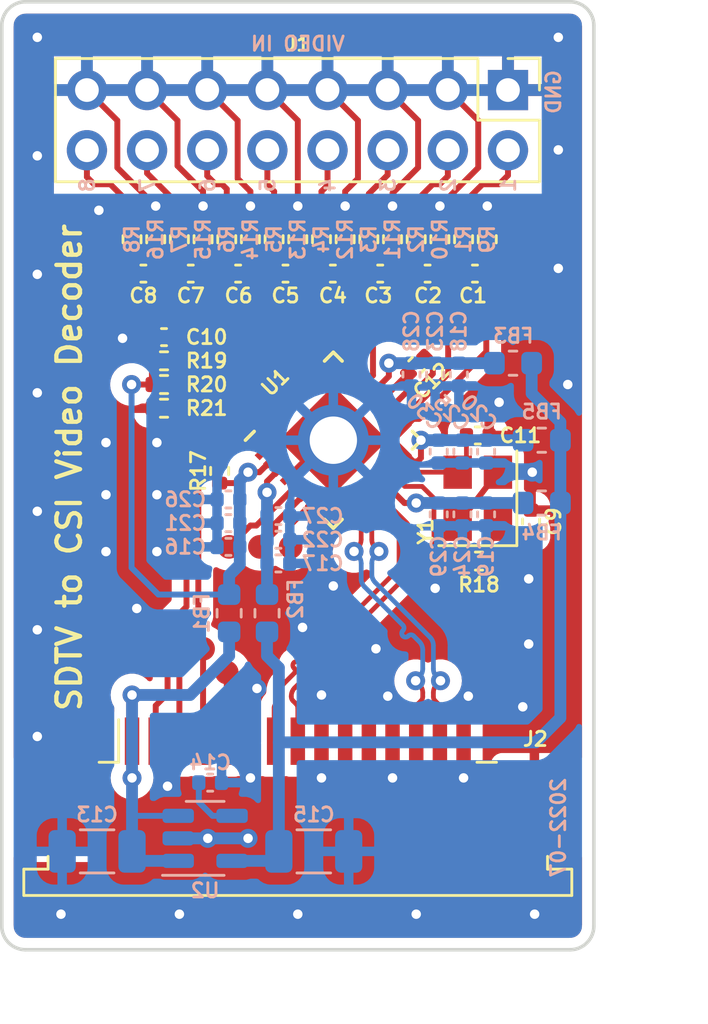
<source format=kicad_pcb>
(kicad_pcb (version 20211014) (generator pcbnew)
  (layers (0 "F.Cu" mixed) (31 "B.Cu" mixed) (34 "B.Paste" user) (35 "F.Paste" user) (36 "B.SilkS" user "B.Silkscreen") (37 "F.SilkS" user "F.Silkscreen") (38 "B.Mask" user) (39 "F.Mask" user) (44 "Edge.Cuts" user))
  (net 0 "")
  (net 1 "GND")
  (net 2 "Net-(C9-Pad1)")
  (net 3 "+3V3")
  (net 4 "Net-(C14-Pad1)")
  (net 5 "/DVDDIO_3V3")
  (net 6 "/DVDD_1V8")
  (net 7 "/AVDD_1V8")
  (net 8 "/MVDD_1V8")
  (net 9 "/PVDD_1V8")
  (net 10 "/D0N")
  (net 11 "/D0P")
  (net 12 "/CLKN")
  (net 13 "/CLKP")
  (net 14 "/SCL")
  (net 15 "/SDA")
  (net 16 "/~{RESET}")
  (net 17 "+1V8")
  (net 18 "/AIN1")
  (net 19 "/AIN2")
  (net 20 "/AIN3")
  (net 21 "/AIN4")
  (net 22 "/AIN5")
  (net 23 "/AIN6")
  (net 24 "/AIN7")
  (net 25 "/AIN8")
  (net 26 "/XTALN")
  (net 27 "/VIN1")
  (net 28 "/VIN2")
  (net 29 "/VIN3")
  (net 30 "/VIN4")
  (net 31 "/VIN5")
  (net 32 "/VIN6")
  (net 33 "/VIN7")
  (net 34 "/VIN8")
  (net 35 "/~{PWRDWN}")
  (net 36 "/XTALP")
  (net 37 "/ALSB")
  (net 38 "Net-(C12-Pad1)")
  (net 39 "Net-(C12-Pad2)")
  (net 40 "Net-(C8-Pad2)")
  (net 41 "Net-(C7-Pad2)")
  (net 42 "Net-(C6-Pad2)")
  (net 43 "Net-(C5-Pad2)")
  (net 44 "Net-(C4-Pad2)")
  (net 45 "Net-(C3-Pad2)")
  (net 46 "Net-(C2-Pad2)")
  (net 47 "Net-(C1-Pad2)")
  (net 48 "/~{INTRQ}")
  (net 49 "/GPIO1")
  (net 50 "/GPO2")
  (net 51 "/GPIO0")
  (net 52 "/GPO1")
  (net 53 "/GPO0")
  (footprint "Resistor_SMD:R_0402_1005Metric" (layer "F.Cu") (at 55.5 50.02 90)
    (fp_text reference "R8")
    (fp_text value "24Ω")
  )
  (footprint "Capacitor_SMD:C_0402_1005Metric" (layer "F.Cu") (at 63.98 51.47 180)
    (fp_text reference "C4")
    (fp_text value "0.1μF")
  )
  (footprint "Package_CSP:LFCSP-32-1EP_5x5mm_P0.5mm_EP3.25x3.25mm" (layer "F.Cu") (at 64 58.5 45)
    (fp_text reference "U1")
    (fp_text value "ADV7280A-M")
  )
  (footprint "Connector_PinHeader_2.54mm:PinHeader_2x08_P2.54mm_Vertical" (layer "F.Cu") (at 71.375 43.725 -90)
    (fp_text reference "J1")
    (fp_text value "VIDEO_IN")
  )
  (footprint "Resistor_SMD:R_0402_1005Metric" (layer "F.Cu") (at 61.5 50.02 90)
    (fp_text reference "R5")
    (fp_text value "24Ω")
  )
  (footprint "Resistor_SMD:R_0402_1005Metric" (layer "F.Cu") (at 59.2 59.8 -90)
    (fp_text reference "R17")
    (fp_text value "4.7kΩ")
  )
  (footprint "Resistor_SMD:R_0402_1005Metric" (layer "F.Cu") (at 58.5 50.02 -90)
    (fp_text reference "R15")
    (fp_text value "51Ω")
  )
  (footprint "Capacitor_SMD:C_0402_1005Metric" (layer "F.Cu") (at 59.98 51.47 180)
    (fp_text reference "C6")
    (fp_text value "0.1μF")
  )
  (footprint "Resistor_SMD:R_0402_1005Metric" (layer "F.Cu") (at 63.5 50.02 90)
    (fp_text reference "R4")
    (fp_text value "24Ω")
  )
  (footprint "Resistor_SMD:R_0402_1005Metric" (layer "F.Cu") (at 56.5 50.02 -90)
    (fp_text reference "R16")
    (fp_text value "51Ω")
  )
  (footprint "Capacitor_SMD:C_0402_1005Metric" (layer "F.Cu") (at 57.98 51.47 180)
    (fp_text reference "C7")
    (fp_text value "0.1μF")
  )
  (footprint "Capacitor_SMD:C_0402_1005Metric" (layer "F.Cu") (at 70.1 58.3)
    (fp_text reference "C11")
    (fp_text value "20pF")
  )
  (footprint "Crystal:Crystal_SMD_3225-4Pin_3.2x2.5mm" (layer "F.Cu") (at 70.1 60.95 90)
    (fp_text reference "Y1")
    (fp_text value "ABM8G-28.63636MHZ")
  )
  (footprint "Capacitor_SMD:C_0402_1005Metric" (layer "F.Cu") (at 65.98 51.47 180)
    (fp_text reference "C3")
    (fp_text value "0.1μF")
  )
  (footprint "Resistor_SMD:R_0402_1005Metric" (layer "F.Cu") (at 68.5 50.02 -90)
    (fp_text reference "R10")
    (fp_text value "51Ω")
  )
  (footprint "Capacitor_SMD:C_0402_1005Metric" (layer "F.Cu") (at 72.35 61.93 90)
    (fp_text reference "C9")
    (fp_text value "20pF")
  )
  (footprint "Capacitor_SMD:C_0402_1005Metric" (layer "F.Cu") (at 55.98 51.47 180)
    (fp_text reference "C8")
    (fp_text value "0.1μF")
  )
  (footprint "Resistor_SMD:R_0402_1005Metric" (layer "F.Cu") (at 70.15 63.6 180)
    (fp_text reference "R18")
    (fp_text value "560Ω")
  )
  (footprint "Capacitor_SMD:C_0402_1005Metric" (layer "F.Cu") (at 56.85 54.15 180)
    (fp_text reference "C10")
    (fp_text value "4.7μF")
  )
  (footprint "Resistor_SMD:R_0402_1005Metric" (layer "F.Cu") (at 64.5 50.02 -90)
    (fp_text reference "R12")
    (fp_text value "51Ω")
  )
  (footprint "Capacitor_SMD:C_0402_1005Metric" (layer "F.Cu") (at 67.98 51.47 180)
    (fp_text reference "C2")
    (fp_text value "0.1μF")
  )
  (footprint "Resistor_SMD:R_0402_1005Metric" (layer "F.Cu") (at 70.5 50.02 -90)
    (fp_text reference "R9")
    (fp_text value "51Ω")
  )
  (footprint "Capacitor_SMD:C_0402_1005Metric" (layer "F.Cu") (at 61.98 51.47 180)
    (fp_text reference "C5")
    (fp_text value "0.1μF")
  )
  (footprint "Resistor_SMD:R_0402_1005Metric" (layer "F.Cu") (at 65.5 50.02 90)
    (fp_text reference "R3")
    (fp_text value "24Ω")
  )
  (footprint "TestPoint:TestPoint_Pad_D1.0mm" (layer "F.Cu") (at 59.6 63)
    (fp_text reference "TP1")
    (fp_text value "TestPoint")
  )
  (footprint "Connector_FFC-FPC:TE_1-84953-5_1x15-1MP_P1.0mm_Horizontal" (layer "F.Cu") (at 62.5 73)
    (fp_text reference "J2")
    (fp_text value "RPI_CSI_TOP")
  )
  (footprint "Resistor_SMD:R_0402_1005Metric" (layer "F.Cu") (at 57.5 50.02 90)
    (fp_text reference "R7")
    (fp_text value "24Ω")
  )
  (footprint "Resistor_SMD:R_0402_1005Metric" (layer "F.Cu") (at 69.5 50.02 90)
    (fp_text reference "R1")
    (fp_text value "24Ω")
  )
  (footprint "Resistor_SMD:R_0402_1005Metric" (layer "F.Cu") (at 56.85 56.15 180)
    (fp_text reference "R20")
    (fp_text value "4.7kΩ")
  )
  (footprint "Resistor_SMD:R_0402_1005Metric" (layer "F.Cu") (at 56.85 57.15)
    (fp_text reference "R21")
    (fp_text value "DNP")
  )
  (footprint "Resistor_SMD:R_0402_1005Metric" (layer "F.Cu") (at 60.5 50.02 -90)
    (fp_text reference "R14")
    (fp_text value "51Ω")
  )
  (footprint "TestPoint:TestPoint_Pad_D1.0mm" (layer "F.Cu") (at 63.5 63)
    (fp_text reference "TP4")
    (fp_text value "TestPoint")
  )
  (footprint "TestPoint:TestPoint_Pad_D1.0mm" (layer "F.Cu") (at 59.5 68.3)
    (fp_text reference "TP5" hide)
    (fp_text value "TestPoint")
  )
  (footprint "TestPoint:TestPoint_Pad_D1.0mm" (layer "F.Cu") (at 62.2 63)
    (fp_text reference "TP3")
    (fp_text value "TestPoint")
  )
  (footprint "Resistor_SMD:R_0402_1005Metric" (layer "F.Cu") (at 59.5 50.02 90)
    (fp_text reference "R6")
    (fp_text value "24Ω")
  )
  (footprint "TestPoint:TestPoint_Pad_D1.0mm" (layer "F.Cu") (at 60.9 63)
    (fp_text reference "TP2")
    (fp_text value "TestPoint")
  )
  (footprint "Resistor_SMD:R_0402_1005Metric" (layer "F.Cu") (at 62.5 50.02 -90)
    (fp_text reference "R13")
    (fp_text value "51Ω")
  )
  (footprint "Resistor_SMD:R_0402_1005Metric" (layer "F.Cu") (at 66.5 50.02 -90)
    (fp_text reference "R11")
    (fp_text value "51Ω")
  )
  (footprint "Capacitor_SMD:C_0402_1005Metric" (layer "F.Cu") (at 69.98 51.47 180)
    (fp_text reference "C1")
    (fp_text value "0.1μF")
  )
  (footprint "Capacitor_SMD:C_0402_1005Metric" (layer "F.Cu") (at 67.514411 55.335589 -135)
    (fp_text reference "C12")
    (fp_text value "0.1μF")
  )
  (footprint "Resistor_SMD:R_0402_1005Metric" (layer "F.Cu") (at 56.85 55.15 180)
    (fp_text reference "R19")
    (fp_text value "4.7kΩ")
  )
  (footprint "Resistor_SMD:R_0402_1005Metric" (layer "F.Cu") (at 67.5 50.02 90)
    (fp_text reference "R2")
    (fp_text value "24Ω")
  )
  (footprint "TestPoint:TestPoint_Pad_D1.0mm" (layer "F.Cu") (at 58.5 67.3)
    (fp_text reference "TP6" hide)
    (fp_text value "TestPoint")
  )
  (footprint "Inductor_SMD:L_0603_1608Metric" (layer "B.Cu") (at 72.8 61.15 180)
    (fp_text reference "FB4")
    (fp_text value "600Ω")
  )
  (footprint "Capacitor_SMD:C_1206_3216Metric" (layer "B.Cu") (at 63.175 75.85)
    (fp_text reference "C15")
    (fp_text value "47μF")
  )
  (footprint "Capacitor_SMD:C_0402_1005Metric" (layer "B.Cu") (at 69.45 58.98 -90)
    (fp_text reference "C25")
    (fp_text value "0.1μF")
  )
  (footprint "Capacitor_SMD:C_0402_1005Metric" (layer "B.Cu") (at 70.45 61.63 -90)
    (fp_text reference "C19")
    (fp_text value "10μF")
  )
  (footprint "Capacitor_SMD:C_0402_1005Metric" (layer "B.Cu") (at 59.57 61 180)
    (fp_text reference "C26")
    (fp_text value "10nF")
  )
  (footprint "Capacitor_SMD:C_0402_1005Metric" (layer "B.Cu") (at 58.8 72.95)
    (fp_text reference "C14")
    (fp_text value "10nF")
  )
  (footprint "Capacitor_SMD:C_0402_1005Metric" (layer "B.Cu") (at 69.3 55.73 -90)
    (fp_text reference "C18")
    (fp_text value "10μF")
  )
  (footprint "Inductor_SMD:L_0603_1608Metric" (layer "B.Cu") (at 71.5875 55.25 180)
    (fp_text reference "FB3")
    (fp_text value "600Ω")
  )
  (footprint "Capacitor_SMD:C_0402_1005Metric" (layer "B.Cu") (at 68.3 55.73 -90)
    (fp_text reference "C23")
    (fp_text value "0.1μF")
  )
  (footprint "Inductor_SMD:L_0603_1608Metric" (layer "B.Cu") (at 72.8 58.5 180)
    (fp_text reference "FB5")
    (fp_text value "600Ω")
  )
  (footprint "Capacitor_SMD:C_0402_1005Metric" (layer "B.Cu") (at 59.57 62 180)
    (fp_text reference "C21")
    (fp_text value "0.1μF")
  )
  (footprint "Capacitor_SMD:C_0402_1005Metric" (layer "B.Cu") (at 61.68 63.7)
    (fp_text reference "C17")
    (fp_text value "10μF")
  )
  (footprint "Capacitor_SMD:C_0402_1005Metric" (layer "B.Cu") (at 68.45 58.98 -90)
    (fp_text reference "C30")
    (fp_text value "10nF")
  )
  (footprint "Inductor_SMD:L_0603_1608Metric" (layer "B.Cu") (at 59.6 65.8 90)
    (fp_text reference "FB1")
    (fp_text value "600Ω")
  )
  (footprint "Capacitor_SMD:C_0402_1005Metric" (layer "B.Cu") (at 70.45 58.98 -90)
    (fp_text reference "C20")
    (fp_text value "10μF")
  )
  (footprint "Package_TO_SOT_SMD:SOT-23-5" (layer "B.Cu") (at 58.5875 75.3)
    (fp_text reference "U2")
    (fp_text value "NJM12888F18")
  )
  (footprint "Capacitor_SMD:C_0402_1005Metric" (layer "B.Cu") (at 61.68 62.7)
    (fp_text reference "C22")
    (fp_text value "0.1μF")
  )
  (footprint "Capacitor_SMD:C_0402_1005Metric" (layer "B.Cu") (at 59.57 63 180)
    (fp_text reference "C16")
    (fp_text value "10μF")
  )
  (footprint "Capacitor_SMD:C_0402_1005Metric" (layer "B.Cu") (at 61.68 61.7)
    (fp_text reference "C27")
    (fp_text value "10nF")
  )
  (footprint "Capacitor_SMD:C_0402_1005Metric" (layer "B.Cu") (at 68.45 61.63 -90)
    (fp_text reference "C29")
    (fp_text value "10nF")
  )
  (footprint "Inductor_SMD:L_0603_1608Metric" (layer "B.Cu") (at 61.2 65.8 90)
    (fp_text reference "FB2")
    (fp_text value "600Ω")
  )
  (footprint "Capacitor_SMD:C_0402_1005Metric" (layer "B.Cu") (at 67.3 55.73 -90)
    (fp_text reference "C28")
    (fp_text value "10nF")
  )
  (footprint "Capacitor_SMD:C_1206_3216Metric" (layer "B.Cu") (at 54.025 75.85 180)
    (fp_text reference "C13")
    (fp_text value "100μF")
  )
  (footprint "Capacitor_SMD:C_0402_1005Metric" (layer "B.Cu") (at 69.45 61.63 -90)
    (fp_text reference "C24")
    (fp_text value "0.1μF")
  )
  (gr_arc (start 50 41) (mid 50.292893 40.292893) (end 51 40) (layer "Edge.Cuts") (width 0.15))
  (gr_line (start 74 80) (end 51 80) (layer "Edge.Cuts") (width 0.15))
  (gr_line (start 50 79) (end 50 41) (layer "Edge.Cuts") (width 0.15))
  (gr_arc (start 74 40) (mid 74.707107 40.292893) (end 75 41) (layer "Edge.Cuts") (width 0.15))
  (gr_line (start 75 41) (end 75 79) (layer "Edge.Cuts") (width 0.15))
  (gr_arc (start 75 79) (mid 74.707107 79.707107) (end 74 80) (layer "Edge.Cuts") (width 0.15))
  (gr_line (start 51 40) (end 74 40) (layer "Edge.Cuts") (width 0.15))
  (gr_arc (start 51 80) (mid 50.292893 79.707107) (end 50 79) (layer "Edge.Cuts") (width 0.15))
  (gr_text "VIDEO IN" (at 62.5 41.773) (layer "B.SilkS") (effects (font (size 0.6 0.6) (thickness 0.12)) (justify mirror)))
  (gr_text "2022-07" (at 73.5 74.85 90) (layer "B.SilkS") (effects (font (size 0.6 0.6) (thickness 0.12)) (justify mirror)))
  (gr_text "1" (at 71.39 47.742 90) (layer "B.SilkS") (effects (font (size 0.6 0.6) (thickness 0.12)) (justify mirror)))
  (gr_text "GND" (at 73.295 43.805 90) (layer "B.SilkS") (effects (font (size 0.6 0.6) (thickness 0.12)) (justify mirror)))
  (gr_text "2" (at 68.85 47.742 90) (layer "B.SilkS") (effects (font (size 0.6 0.6) (thickness 0.12)) (justify mirror)))
  (gr_text "7" (at 56.15 47.742 90) (layer "B.SilkS") (effects (font (size 0.6 0.6) (thickness 0.12)) (justify mirror)))
  (gr_text "5" (at 61.23 47.742 90) (layer "B.SilkS") (effects (font (size 0.6 0.6) (thickness 0.12)) (justify mirror)))
  (gr_text "4" (at 63.77 47.742 90) (layer "B.SilkS") (effects (font (size 0.6 0.6) (thickness 0.12)) (justify mirror)))
  (gr_text "6" (at 58.69 47.742 90) (layer "B.SilkS") (effects (font (size 0.6 0.6) (thickness 0.12)) (justify mirror)))
  (gr_text "8" (at 53.61 47.742 90) (layer "B.SilkS") (effects (font (size 0.6 0.6) (thickness 0.12)) (justify mirror)))
  (gr_text "3" (at 66.31 47.742 90) (layer "B.SilkS") (effects (font (size 0.6 0.6) (thickness 0.12)) (justify mirror)))
  (gr_text "SDTV to CSI Video Decoder" (at 52.85 59.65 90) (layer "F.SilkS") (effects (font (size 1 1) (thickness 0.18))))
  (segment (start 66.5 71.2) (end 66.5 69.5) (width 0.5) (layer "F.Cu") (net 1))
  (segment (start 70.5 49.51) (end 70.5 48.62) (width 0.5) (layer "F.Cu") (net 1))
  (segment (start 61.065507 58.959619) (end 61.37868 58.646446) (width 0.25) (layer "F.Cu") (net 1))
  (segment (start 68.835 43.725) (end 70.12 45.01) (width 0.25) (layer "F.Cu") (net 1))
  (segment (start 69.5 71.2) (end 69.5 72.75) (width 0.5) (layer "F.Cu") (net 1))
  (segment (start 62.5 45.01) (end 62.5 48.62) (width 0.25) (layer "F.Cu") (net 1))
  (segment (start 57.42 46.92) (end 57.42 45.01) (width 0.25) (layer "F.Cu") (net 1))
  (segment (start 70.12 45.01) (end 70.12 47) (width 0.25) (layer "F.Cu") (net 1))
  (segment (start 60.5 49.51) (end 60.5 48.62) (width 0.5) (layer "F.Cu") (net 1))
  (segment (start 64.5 49.51) (end 64.5 48.62) (width 0.5) (layer "F.Cu") (net 1))
  (segment (start 66.5 49.51) (end 66.5 48.62) (width 0.5) (layer "F.Cu") (net 1))
  (segment (start 69.5 71.2) (end 69.5 69.5) (width 0.5) (layer "F.Cu") (net 1))
  (segment (start 60.775 68.975) (end 60.5 69.25) (width 0.5) (layer "F.Cu") (net 1))
  (segment (start 70.12 47) (end 68.5 48.62) (width 0.25) (layer "F.Cu") (net 1))
  (segment (start 57.42 45.01) (end 56.135 43.725) (width 0.25) (layer "F.Cu") (net 1))
  (segment (start 69.5 69.5) (end 69.7 69.3) (width 0.5) (layer "F.Cu") (net 1))
  (segment (start 53.595 43.725) (end 54.88 45.01) (width 0.25) (layer "F.Cu") (net 1))
  (segment (start 67.58 45.01) (end 67.58 46.995) (width 0.25) (layer "F.Cu") (net 1))
  (segment (start 71.375 43.725) (end 71.375 42.1436) (width 0.5) (layer "F.Cu") (net 1))
  (segment (start 66.295 43.725) (end 67.58 45.01) (width 0.25) (layer "F.Cu") (net 1))
  (segment (start 64.5 48) (end 64.5 48.62) (width 0.25) (layer "F.Cu") (net 1))
  (segment (start 63.755 43.725) (end 65.04 45.01) (width 0.25) (layer "F.Cu") (net 1))
  (segment (start 62.126167 60.02028) (end 63.646447 58.5) (width 0.25) (layer "F.Cu") (net 1))
  (segment (start 58.675 43.725) (end 59.96 45.01) (width 0.25) (layer "F.Cu") (net 1))
  (segment (start 66.5 71.2) (end 66.5 72.75) (width 0.5) (layer "F.Cu") (net 1))
  (segment (start 63.5 71.2) (end 63.5 69.25) (width 0.5) (layer "F.Cu") (net 1))
  (segment (start 61.732233 58.5) (end 64 58.5) (width 0.25) (layer "F.Cu") (net 1))
  (segment (start 54.88 47) (end 56.5 48.62) (width 0.25) (layer "F.Cu") (net 1))
  (segment (start 56.5 49.51) (end 56.5 48.62) (width 0.5) (layer "F.Cu") (net 1))
  (segment (start 66.5 48.075) (end 66.5 48.62) (width 0.25) (layer "F.Cu") (net 1))
  (segment (start 60.5 48) (end 60.5 48.62) (width 0.25) (layer "F.Cu") (net 1))
  (segment (start 66.5 69.5) (end 66.3 69.3) (width 0.5) (layer "F.Cu") (net 1))
  (segment (start 71.375 43.725) (end 72.994 43.725) (width 0.5) (layer "F.Cu") (net 1))
  (segment (start 58.5 49.51) (end 58.5 48.62) (width 0.5) (layer "F.Cu") (net 1))
  (segment (start 54.88 45.01) (end 54.88 47) (width 0.25) (layer "F.Cu") (net 1))
  (segment (start 60.5 71.2) (end 60.5 72.75) (width 0.5) (layer "F.Cu") (net 1))
  (segment (start 63.5 71.2) (end 63.5 72.75) (width 0.5) (layer "F.Cu") (net 1))
  (segment (start 62.5 49.51) (end 62.5 48.62) (width 0.5) (layer "F.Cu") (net 1))
  (segment (start 65.04 45.01) (end 65.04 47.46) (width 0.25) (layer "F.Cu") (net 1))
  (segment (start 60.5 69.25) (end 60.5 71.2) (width 0.5) (layer "F.Cu") (net 1))
  (segment (start 58.5 48) (end 57.42 46.92) (width 0.25) (layer "F.Cu") (net 1))
  (segment (start 68.5 49.51) (end 68.5 48.62) (width 0.5) (layer "F.Cu") (net 1))
  (segment (start 59.96 47.46) (end 60.5 48) (width 0.25) (layer "F.Cu") (net 1))
  (segment (start 65.04 47.46) (end 64.5 48) (width 0.25) (layer "F.Cu") (net 1))
  (segment (start 63.646447 58.5) (end 64 58.5) (width 0.25) (layer "F.Cu") (net 1))
  (segment (start 69.25 62.05) (end 70.95 59.85) (width 0.25) (layer "F.Cu") (net 1))
  (segment (start 58.5 48.62) (end 58.5 48) (width 0.25) (layer "F.Cu") (net 1))
  (segment (start 67.58 46.995) (end 66.5 48.075) (width 0.25) (layer "F.Cu") (net 1))
  (segment (start 59.96 45.01) (end 59.96 47.46) (width 0.25) (layer "F.Cu") (net 1))
  (segment (start 61.215 43.725) (end 62.5 45.01) (width 0.25) (layer "F.Cu") (net 1))
  (via (at 73.5 41.5) (size 0.8) (drill 0.4) (layers "F.Cu" "B.Cu") (net 1))
  (via (at 54.4 60.8) (size 0.8) (drill 0.4) (layers "F.Cu" "B.Cu") (net 1))
  (via (at 57.5 78.5) (size 0.8) (drill 0.4) (layers "F.Cu" "B.Cu") (net 1))
  (via (at 73.5 51.25) (size 0.8) (drill 0.4) (layers "F.Cu" "B.Cu") (net 1))
  (via (at 56.55 58.6) (size 0.8) (drill 0.4) (layers "F.Cu" "B.Cu") (net 1))
  (via (at 63.5 69.25) (size 0.8) (drill 0.4) (layers "F.Cu" "B.Cu") (net 1))
  (via (at 57 73.1) (size 0.8) (drill 0.4) (layers "F.Cu" "B.Cu") (net 1))
  (via (at 58.7 75.3) (size 0.8) (drill 0.4) (layers "F.Cu" "B.Cu") (net 1))
  (via (at 66.3 69.3) (size 0.8) (drill 0.4) (layers "F.Cu" "B.Cu") (net 1))
  (via (at 68.3 64.75) (size 0.8) (drill 0.4) (layers "F.Cu" "B.Cu") (net 1))
  (via (at 65.8 67.3) (size 0.8) (drill 0.4) (layers "F.Cu" "B.Cu") (net 1))
  (via (at 60.5 48.62) (size 0.8) (drill 0.4) (layers "F.Cu" "B.Cu") (net 1))
  (via (at 51.5 61.5) (size 0.8) (drill 0.4) (layers "F.Cu" "B.Cu") (net 1))
  (via (at 66.5 72.75) (size 0.8) (drill 0.4) (layers "F.Cu" "B.Cu") (net 1))
  (via (at 51.5 41.5) (size 0.8) (drill 0.4) (layers "F.Cu" "B.Cu") (net 1))
  (via (at 60.5 72.75) (size 0.8) (drill 0.4) (layers "F.Cu" "B.Cu") (net 1))
  (via (at 51.5 71) (size 0.8) (drill 0.4) (layers "F.Cu" "B.Cu") (net 1))
  (via (at 71 56.9) (size 0.8) (drill 0.4) (layers "F.Cu" "B.Cu") (net 1))
  (via (at 55.7 65.6) (size 0.8) (drill 0.4) (layers "F.Cu" "B.Cu") (net 1))
  (via (at 72 69.75) (size 0.8) (drill 0.4) (layers "F.Cu" "B.Cu") (net 1))
  (via (at 62.5 78.5) (size 0.8) (drill 0.4) (layers "F.Cu" "B.Cu") (net 1))
  (via (at 56.5 48.62) (size 0.8) (drill 0.4) (layers "F.Cu" "B.Cu") (net 1))
  (via (at 66.5 48.62) (size 0.8) (drill 0.4) (layers "F.Cu" "B.Cu") (net 1))
  (via (at 56.55 60.8) (size 0.8) (drill 0.4) (layers "F.Cu" "B.Cu") (net 1))
  (via (at 68.5 48.62) (size 0.8) (drill 0.4) (layers "F.Cu" "B.Cu") (net 1))
  (via (at 51.5 51.5) (size 0.8) (drill 0.4) (layers "F.Cu" "B.Cu") (net 1))
  (via (at 51.5 56.5) (size 0.8) (drill 0.4) (layers "F.Cu" "B.Cu") (net 1))
  (via (at 54.4 63.2) (size 0.8) (drill 0.4) (layers "F.Cu" "B.Cu") (net 1))
  (via (at 51.5 46.5) (size 0.8) (drill 0.4) (layers "F.Cu" "B.Cu") (net 1))
  (via (at 73.5 46.25) (size 0.8) (drill 0.4) (layers "F.Cu" "B.Cu") (net 1))
  (via (at 51.5 66.5) (size 0.8) (drill 0.4) (layers "F.Cu" "B.Cu") (net 1))
  (via (at 60.775 68.975) (size 0.8) (drill 0.4) (layers "F.Cu" "B.Cu") (net 1))
  (via (at 64.5 48.62) (size 0.8) (drill 0.4) (layers "F.Cu" "B.Cu") (net 1))
  (via (at 63.5 72.75) (size 0.8) (drill 0.4) (layers "F.Cu" "B.Cu") (net 1))
  (via (at 73.9 56.15) (size 0.8) (drill 0.4) (layers "F.Cu" "B.Cu") (net 1))
  (via (at 67.5 78.5) (size 0.8) (drill 0.4) (layers "F.Cu" "B.Cu") (net 1))
  (via (at 72.25 64.35) (size 0.8) (drill 0.4) (layers "F.Cu" "B.Cu") (net 1))
  (via (at 54.1 48.8) (size 0.8) (drill 0.4) (layers "F.Cu" "B.Cu") (net 1))
  (via (at 72.25 67.1) (size 0.8) (drill 0.4) (layers "F.Cu" "B.Cu") (net 1))
  (via (at 60.4 75.3) (size 0.8) (drill 0.4) (layers "F.Cu" "B.Cu") (net 1))
  (via (at 58.5 48.62) (size 0.8) (drill 0.4) (layers "F.Cu" "B.Cu") (net 1))
  (via (at 72.5 78.5) (size 0.8) (drill 0.4) (layers "F.Cu" "B.Cu") (net 1))
  (via (at 62.7 66.4) (size 0.8) (drill 0.4) (layers "F.Cu" "B.Cu") (net 1))
  (via (at 72.4 59.85) (size 0.8) (drill 0.4) (layers "F.Cu" "B.Cu") (net 1))
  (via (at 69.7 69.3) (size 0.8) (drill 0.4) (layers "F.Cu" "B.Cu") (net 1))
  (via (at 69.5 72.75) (size 0.8) (drill 0.4) (layers "F.Cu" "B.Cu") (net 1))
  (via (at 52.5 78.5) (size 0.8) (drill 0.4) (layers "F.Cu" "B.Cu") (net 1))
  (via (at 70.5 48.62) (size 0.8) (drill 0.4) (layers "F.Cu" "B.Cu") (net 1))
  (via (at 56.55 63.2) (size 0.8) (drill 0.4) (layers "F.Cu" "B.Cu") (net 1))
  (via (at 62.5 48.62) (size 0.8) (drill 0.4) (layers "F.Cu" "B.Cu") (net 1))
  (via (at 54.4 58.6) (size 0.8) (drill 0.4) (layers "F.Cu" "B.Cu") (net 1))
  (via (at 55.1 54.2) (size 0.8) (drill 0.4) (layers "F.Cu" "B.Cu") (net 1))
  (via (at 64 64.65) (size 0.8) (drill 0.4) (layers "F.Cu" "B.Cu") (net 1))
  (arc (start 61.37868 58.646446) (mid 61.540892 58.53806) (end 61.732233 58.5) (width 0.25) (layer "F.Cu") (net 1))
  (segment (start 68.835 43.725) (end 68.835 41.965) (width 0.5) (layer "B.Cu") (net 1))
  (segment (start 66.295 43.725) (end 63.755 43.725) (width 0.5) (layer "B.Cu") (net 1))
  (segment (start 56.135 43.725) (end 53.595 43.725) (width 0.5) (layer "B.Cu") (net 1))
  (segment (start 71.375 43.725) (end 71.375 42.125) (width 0.5) (layer "B.Cu") (net 1))
  (segment (start 58.675 43.725) (end 58.675 41.925) (width 0.5) (layer "B.Cu") (net 1))
  (segment (start 56.135 43.725) (end 56.135 41.965) (width 0.5) (layer "B.Cu") (net 1))
  (segment (start 66.295 43.725) (end 66.295 41.905) (width 0.5) (layer "B.Cu") (net 1))
  (segment (start 58.7 75.3) (end 60.4 75.3) (width 0.5) (layer "B.Cu") (net 1))
  (segment (start 64 58.5) (end 64 60.8) (width 0.4) (layer "B.Cu") (net 1))
  (segment (start 61.215 43.725) (end 58.675 43.725) (width 0.5) (layer "B.Cu") (net 1))
  (segment (start 64 58.5) (end 61.7 58.5) (width 0.4) (layer "B.Cu") (net 1))
  (segment (start 64 58.5) (end 66.3 58.5) (width 0.4) (layer "B.Cu") (net 1))
  (segment (start 61.215 43.725) (end 61.215 41.985) (width 0.5) (layer "B.Cu") (net 1))
  (segment (start 57.45 75.3) (end 58.7 75.3) (width 0.5) (layer "B.Cu") (net 1))
  (segment (start 68.835 43.725) (end 66.295 43.725) (width 0.5) (layer "B.Cu") (net 1))
  (segment (start 58.675 43.725) (end 56.135 43.725) (width 0.5) (layer "B.Cu") (net 1))
  (segment (start 53.595 43.725) (end 51.825 43.725) (width 0.5) (layer "B.Cu") (net 1))
  (segment (start 63.755 43.725) (end 63.755 41.945) (width 0.5) (layer "B.Cu") (net 1))
  (segment (start 63.755 43.725) (end 61.215 43.725) (width 0.5) (layer "B.Cu") (net 1))
  (segment (start 53.595 43.725) (end 53.595 42.005) (width 0.5) (layer "B.Cu") (net 1))
  (segment (start 71.375 43.725) (end 73.075 43.725) (width 0.5) (layer "B.Cu") (net 1))
  (segment (start 71.375 43.725) (end 68.835 43.725) (width 0.5) (layer "B.Cu") (net 1))
  (segment (start 64 58.5) (end 64 56.2) (width 0.4) (layer "B.Cu") (net 1))
  (segment (start 72.35 62.41) (end 71.31 62.41) (width 0.25) (layer "F.Cu") (net 2))
  (segment (start 70.66 63.6) (end 70.66 62.34) (width 0.25) (layer "F.Cu") (net 2))
  (segment (start 71.31 62.41) (end 70.95 62.05) (width 0.25) (layer "F.Cu") (net 2))
  (segment (start 70.66 62.34) (end 70.95 62.05) (width 0.25) (layer "F.Cu") (net 2))
  (segment (start 55.5 71.2) (end 55.5 72.75) (width 0.5) (layer "F.Cu") (net 3))
  (segment (start 55.5 71.2) (end 55.5 69.25) (width 0.5) (layer "F.Cu") (net 3))
  (via (at 55.5 72.75) (size 0.8) (drill 0.4) (layers "F.Cu" "B.Cu") (net 3))
  (via (at 55.5 69.25) (size 0.8) (drill 0.4) (layers "F.Cu" "B.Cu") (net 3))
  (segment (start 55.65 74.35) (end 55.5 74.2) (width 0.25) (layer "B.Cu") (net 3))
  (segment (start 55.5 72.75) (end 55.5 74.2) (width 0.5) (layer "B.Cu") (net 3))
  (segment (start 57.45 74.35) (end 55.65 74.35) (width 0.25) (layer "B.Cu") (net 3))
  (segment (start 55.5 69.25) (end 55.5 72.75) (width 0.5) (layer "B.Cu") (net 3))
  (segment (start 59.6 67.6) (end 57.95 69.25) (width 0.5) (layer "B.Cu") (net 3))
  (segment (start 55.5 74.2) (end 55.5 75.85) (width 0.5) (layer "B.Cu") (net 3))
  (segment (start 55.9 76.25) (end 55.5 75.85) (width 0.5) (layer "B.Cu") (net 3))
  (segment (start 57.95 69.25) (end 55.5 69.25) (width 0.5) (layer "B.Cu") (net 3))
  (segment (start 57.45 76.25) (end 55.9 76.25) (width 0.5) (layer "B.Cu") (net 3))
  (segment (start 59.6 66.5875) (end 59.6 67.6) (width 0.5) (layer "B.Cu") (net 3))
  (segment (start 58.32 73.77) (end 58.32 72.95) (width 0.25) (layer "B.Cu") (net 4))
  (segment (start 58.9 74.35) (end 58.32 73.77) (width 0.25) (layer "B.Cu") (net 4))
  (segment (start 59.725 74.35) (end 58.9 74.35) (width 0.25) (layer "B.Cu") (net 4))
  (segment (start 60.882233 59.85) (end 61.41906 59.313173) (width 0.25) (layer "F.Cu") (net 5))
  (segment (start 56.34 56.15) (end 55.48 56.15) (width 0.25) (layer "F.Cu") (net 5))
  (segment (start 60.4 59.85) (end 60.882233 59.85) (width 0.25) (layer "F.Cu") (net 5))
  (segment (start 60.4 59.85) (end 59.94 60.31) (width 0.25) (layer "F.Cu") (net 5))
  (segment (start 59.94 60.31) (end 59.2 60.31) (width 0.25) (layer "F.Cu") (net 5))
  (segment (start 56.34 56.15) (end 56.34 55.15) (width 0.25) (layer "F.Cu") (net 5))
  (via (at 60.4 59.85) (size 0.8) (drill 0.4) (layers "F.Cu" "B.Cu") (net 5))
  (via (at 55.48 56.15) (size 0.8) (drill 0.4) (layers "F.Cu" "B.Cu") (net 5))
  (segment (start 60.05 60.2) (end 60.05 61) (width 0.5) (layer "B.Cu") (net 5))
  (segment (start 55.48 63.88) (end 55.48 56.15) (width 0.25) (layer "B.Cu") (net 5))
  (segment (start 60.05 62) (end 60.05 61) (width 0.5) (layer "B.Cu") (net 5))
  (segment (start 59.6 64.2) (end 60.05 63.75) (width 0.5) (layer "B.Cu") (net 5))
  (segment (start 60.4 59.85) (end 60.05 60.2) (width 0.5) (layer "B.Cu") (net 5))
  (segment (start 59.6 65.0125) (end 56.6125 65.0125) (width 0.25) (layer "B.Cu") (net 5))
  (segment (start 60.05 63) (end 60.05 62) (width 0.5) (layer "B.Cu") (net 5))
  (segment (start 59.6 65.0125) (end 59.6 64.2) (width 0.5) (layer "B.Cu") (net 5))
  (segment (start 60.05 63.75) (end 60.05 63) (width 0.5) (layer "B.Cu") (net 5))
  (segment (start 56.6125 65.0125) (end 55.48 63.88) (width 0.25) (layer "B.Cu") (net 5))
  (segment (start 61.2 60.7) (end 61.2 60.23934) (width 0.25) (layer "F.Cu") (net 6))
  (segment (start 61.2 60.23934) (end 61.772614 59.666726) (width 0.25) (layer "F.Cu") (net 6))
  (via (at 61.2 60.7) (size 0.8) (drill 0.4) (layers "F.Cu" "B.Cu") (net 6))
  (segment (start 61.2 60.7) (end 61.2 61.7) (width 0.5) (layer "B.Cu") (net 6))
  (segment (start 61.2 62.7) (end 61.2 63.7) (width 0.5) (layer "B.Cu") (net 6))
  (segment (start 61.2 61.7) (end 61.2 62.7) (width 0.5) (layer "B.Cu") (net 6))
  (segment (start 61.2 65.0125) (end 61.2 63.7) (width 0.5) (layer "B.Cu") (net 6))
  (segment (start 66.3445 55.801947) (end 65.52028 56.626167) (width 0.25) (layer "F.Cu") (net 7))
  (segment (start 66.3445 55.25) (end 66.3445 55.801947) (width 0.25) (layer "F.Cu") (net 7))
  (via (at 66.3445 55.25) (size 0.8) (drill 0.4) (layers "F.Cu" "B.Cu") (net 7))
  (segment (start 69.3 55.25) (end 70.8125 55.25) (width 0.5) (layer "B.Cu") (net 7))
  (segment (start 67.3 55.25) (end 68.3 55.25) (width 0.5) (layer "B.Cu") (net 7))
  (segment (start 68.3 55.25) (end 69.3 55.25) (width 0.5) (layer "B.Cu") (net 7))
  (segment (start 66.3445 55.25) (end 67.3 55.25) (width 0.5) (layer "B.Cu") (net 7))
  (segment (start 67.003553 61.15) (end 65.873833 60.02028) (width 0.25) (layer "F.Cu") (net 8))
  (segment (start 67.5 61.15) (end 67.003553 61.15) (width 0.25) (layer "F.Cu") (net 8))
  (via (at 67.5 61.15) (size 0.8) (drill 0.4) (layers "F.Cu" "B.Cu") (net 8))
  (segment (start 70.45 61.15) (end 72.0125 61.15) (width 0.5) (layer "B.Cu") (net 8))
  (segment (start 67.5 61.15) (end 68.45 61.15) (width 0.5) (layer "B.Cu") (net 8))
  (segment (start 69.45 61.15) (end 70.45 61.15) (width 0.5) (layer "B.Cu") (net 8))
  (segment (start 68.45 61.15) (end 69.45 61.15) (width 0.5) (layer "B.Cu") (net 8))
  (segment (start 67.7 59.25) (end 67.55 59.4) (width 0.25) (layer "F.Cu") (net 9))
  (segment (start 67.7 58.5) (end 67.7 59.25) (width 0.25) (layer "F.Cu") (net 9))
  (segment (start 67.374874 59.4) (end 66.934493 58.959619) (width 0.25) (layer "F.Cu") (net 9))
  (segment (start 67.55 59.4) (end 67.374874 59.4) (width 0.25) (layer "F.Cu") (net 9))
  (via (at 67.7 58.5) (size 0.8) (drill 0.4) (layers "F.Cu" "B.Cu") (net 9))
  (segment (start 70.45 58.5) (end 72.0125 58.5) (width 0.5) (layer "B.Cu") (net 9))
  (segment (start 69.45 58.5) (end 70.45 58.5) (width 0.5) (layer "B.Cu") (net 9))
  (segment (start 68.45 58.5) (end 69.45 58.5) (width 0.5) (layer "B.Cu") (net 9))
  (segment (start 67.7 58.5) (end 68.45 58.5) (width 0.5) (layer "B.Cu") (net 9))
  (segment (start 68.371448 68.803552) (end 68.525 68.65) (width 0.2) (layer "F.Cu") (net 10))
  (segment (start 65.925 63.192894) (end 65.771447 63.039341) (width 0.2) (layer "F.Cu") (net 10))
  (segment (start 68.426776 69.626775) (end 68.298223 69.498222) (width 0.2) (layer "F.Cu") (net 10))
  (segment (start 68.225 69.321445) (end 68.225001 69.157105) (width 0.2) (layer "F.Cu") (net 10))
  (segment (start 64.813173 61.116294) (end 64.813173 61.08094) (width 0.2) (layer "F.Cu") (net 10))
  (segment (start 65.625001 62.135229) (end 65.625001 62.685788) (width 0.2) (layer "F.Cu") (net 10))
  (segment (start 65.478554 61.781675) (end 64.813173 61.116294) (width 0.2) (layer "F.Cu") (net 10))
  (segment (start 68.5 71.2) (end 68.5 69.803552) (width 0.2) (layer "F.Cu") (net 10))
  (via (at 68.525 68.65) (size 0.8) (drill 0.4) (layers "F.Cu" "B.Cu") (net 10))
  (via (at 65.925 63.192894) (size 0.8) (drill 0.4) (layers "F.Cu" "B.Cu") (net 10))
  (arc (start 68.371448 68.803552) (mid 68.263061 68.965763) (end 68.225001 69.157105) (width 0.2) (layer "F.Cu") (net 10))
  (arc (start 65.478554 61.781675) (mid 65.586941 61.943887) (end 65.625001 62.135229) (width 0.2) (layer "F.Cu") (net 10))
  (arc (start 65.771447 63.039341) (mid 65.663061 62.877129) (end 65.625001 62.685788) (width 0.2) (layer "F.Cu") (net 10))
  (arc (start 68.298223 69.498222) (mid 68.24403 69.417116) (end 68.225 69.321445) (width 0.2) (layer "F.Cu") (net 10))
  (arc (start 68.426776 69.626775) (mid 68.480969 69.707881) (end 68.5 69.803552) (width 0.2) (layer "F.Cu") (net 10))
  (segment (start 65.925 63.192894) (end 65.771447 63.346447) (width 0.2) (layer "B.Cu") (net 10))
  (segment (start 65.625001 63.7) (end 65.626481 63.70148) (width 0.2) (layer "B.Cu") (net 10))
  (segment (start 68.371448 68.496448) (end 68.525 68.65) (width 0.2) (layer "B.Cu") (net 10))
  (segment (start 68.225001 67.163908) (end 68.225001 68.142894) (width 0.2) (layer "B.Cu") (net 10))
  (segment (start 65.771448 64.503248) (end 68.078555 66.810355) (width 0.2) (layer "B.Cu") (net 10))
  (segment (start 65.626481 63.70148) (end 65.626481 64.215326) (width 0.2) (layer "B.Cu") (net 10))
  (arc (start 65.626481 64.215326) (mid 65.676566 64.370839) (end 65.771448 64.503248) (width 0.2) (layer "B.Cu") (net 10))
  (arc (start 68.078555 66.810355) (mid 68.186941 66.972567) (end 68.225001 67.163908) (width 0.2) (layer "B.Cu") (net 10))
  (arc (start 65.625001 63.7) (mid 65.663061 63.508659) (end 65.771447 63.346447) (width 0.2) (layer "B.Cu") (net 10))
  (arc (start 68.225001 68.142894) (mid 68.263061 68.334236) (end 68.371448 68.496448) (width 0.2) (layer "B.Cu") (net 10))
  (segment (start 67.5 71.2) (end 67.5 69.803552) (width 0.2) (layer "F.Cu") (net 11))
  (segment (start 67.573224 69.626775) (end 67.701777 69.498222) (width 0.2) (layer "F.Cu") (net 11))
  (segment (start 67.775 69.321445) (end 67.774999 69.157105) (width 0.2) (layer "F.Cu") (net 11))
  (segment (start 65.174999 62.321625) (end 65.174999 62.685788) (width 0.2) (layer "F.Cu") (net 11))
  (segment (start 67.628552 68.803552) (end 67.475 68.65) (width 0.2) (layer "F.Cu") (net 11))
  (segment (start 64.494974 61.434493) (end 64.459619 61.434493) (width 0.2) (layer "F.Cu") (net 11))
  (segment (start 65.028552 61.968071) (end 64.494974 61.434493) (width 0.2) (layer "F.Cu") (net 11))
  (segment (start 64.875 63.192894) (end 65.028553 63.039341) (width 0.2) (layer "F.Cu") (net 11))
  (via (at 64.875 63.192894) (size 0.8) (drill 0.4) (layers "F.Cu" "B.Cu") (net 11))
  (via (at 67.475 68.65) (size 0.8) (drill 0.4) (layers "F.Cu" "B.Cu") (net 11))
  (arc (start 67.774999 69.157105) (mid 67.736938 68.965763) (end 67.628552 68.803552) (width 0.2) (layer "F.Cu") (net 11))
  (arc (start 67.775 69.321445) (mid 67.75597 69.417116) (end 67.701777 69.498222) (width 0.2) (layer "F.Cu") (net 11))
  (arc (start 67.5 69.803552) (mid 67.51903 69.707881) (end 67.573224 69.626775) (width 0.2) (layer "F.Cu") (net 11))
  (arc (start 65.028553 63.039341) (mid 65.136939 62.877129) (end 65.174999 62.685788) (width 0.2) (layer "F.Cu") (net 11))
  (arc (start 65.028552 61.968071) (mid 65.136939 62.130283) (end 65.174999 62.321625) (width 0.2) (layer "F.Cu") (net 11))
  (segment (start 65.028553 63.346447) (end 64.875 63.192894) (width 0.2) (layer "B.Cu") (net 11))
  (segment (start 67.164624 66.759099) (end 67.161954 66.76177) (width 0.2) (layer "B.Cu") (net 11))
  (segment (start 67.475 68.65) (end 67.628552 68.496448) (width 0.2) (layer "B.Cu") (net 11))
  (segment (start 67.628553 66.996753) (end 67.3909 66.7591) (width 0.2) (layer "B.Cu") (net 11))
  (segment (start 67.164625 66.759099) (end 67.164624 66.759099) (width 0.2) (layer "B.Cu") (net 11))
  (segment (start 66.935679 66.535495) (end 66.935679 66.535494) (width 0.2) (layer "B.Cu") (net 11))
  (segment (start 66.93835 66.30655) (end 65.321446 64.689646) (width 0.2) (layer "B.Cu") (net 11))
  (segment (start 67.774999 68.142894) (end 67.774999 67.350306) (width 0.2) (layer "B.Cu") (net 11))
  (segment (start 66.935679 66.535494) (end 66.93835 66.532824) (width 0.2) (layer "B.Cu") (net 11))
  (segment (start 65.176485 64.401723) (end 65.176485 63.701486) (width 0.2) (layer "B.Cu") (net 11))
  (segment (start 65.176485 63.701486) (end 65.174999 63.7) (width 0.2) (layer "B.Cu") (net 11))
  (arc (start 67.3909 66.7591) (mid 67.277762 66.712235) (end 67.164625 66.759099) (width 0.2) (layer "B.Cu") (net 11))
  (arc (start 65.174999 63.7) (mid 65.136939 63.508659) (end 65.028553 63.346447) (width 0.2) (layer "B.Cu") (net 11))
  (arc (start 66.93568 66.76177) (mid 66.888815 66.648632) (end 66.935679 66.535495) (width 0.2) (layer "B.Cu") (net 11))
  (arc (start 67.628552 68.496448) (mid 67.736939 68.334236) (end 67.774999 68.142894) (width 0.2) (layer "B.Cu") (net 11))
  (arc (start 67.774999 67.350306) (mid 67.736939 67.158965) (end 67.628553 66.996753) (width 0.2) (layer "B.Cu") (net 11))
  (arc (start 65.321446 64.689646) (mid 65.226565 64.557236) (end 65.176485 64.401723) (width 0.2) (layer "B.Cu") (net 11))
  (arc (start 67.161954 66.76177) (mid 67.048817 66.808633) (end 66.93568 66.76177) (width 0.2) (layer "B.Cu") (net 11))
  (arc (start 66.93835 66.532824) (mid 66.985213 66.419687) (end 66.93835 66.30655) (width 0.2) (layer "B.Cu") (net 11))
  (segment (start 62.225 69.321446) (end 62.225 69.300307) (width 0.2) (layer "F.Cu") (net 12))
  (segment (start 65.52028 60.409187) (end 65.52028 60.373833) (width 0.2) (layer "F.Cu") (net 12))
  (segment (start 67.078553 61.96746) (end 65.52028 60.409187) (width 0.2) (layer "F.Cu") (net 12))
  (segment (start 62.426776 69.626775) (end 62.298223 69.498222) (width 0.2) (layer "F.Cu") (net 12))
  (segment (start 67.225 63.886093) (end 67.225 62.321014) (width 0.2) (layer "F.Cu") (net 12))
  (segment (start 62.371447 68.946753) (end 67.078554 64.239646) (width 0.2) (layer "F.Cu") (net 12))
  (segment (start 62.5 71.2) (end 62.5 69.803552) (width 0.2) (layer "F.Cu") (net 12))
  (arc (start 62.371447 68.946753) (mid 62.26306 69.108965) (end 62.225 69.300307) (width 0.2) (layer "F.Cu") (net 12))
  (arc (start 67.225 63.886093) (mid 67.18694 64.077434) (end 67.078554 64.239646) (width 0.2) (layer "F.Cu") (net 12))
  (arc (start 62.225 69.321446) (mid 62.24403 69.417117) (end 62.298223 69.498222) (width 0.2) (layer "F.Cu") (net 12))
  (arc (start 67.225 62.321014) (mid 67.18694 62.129672) (end 67.078553 61.96746) (width 0.2) (layer "F.Cu") (net 12))
  (arc (start 62.5 69.803552) (mid 62.48097 69.707881) (end 62.426776 69.626775) (width 0.2) (layer "F.Cu") (net 12))
  (segment (start 65.202081 60.727386) (end 65.166726 60.727386) (width 0.2) (layer "F.Cu") (net 13))
  (segment (start 61.921447 68.760353) (end 62.3409 68.3409) (width 0.2) (layer "F.Cu") (net 13))
  (segment (start 61.573224 69.626775) (end 61.701777 69.498222) (width 0.2) (layer "F.Cu") (net 13))
  (segment (start 62.793451 67.888352) (end 62.79345 67.888351) (width 0.2) (layer "F.Cu") (net 13))
  (segment (start 61.5 71.2) (end 61.5 69.803552) (width 0.2) (layer "F.Cu") (net 13))
  (segment (start 66.775 63.699693) (end 66.775 62.507412) (width 0.2) (layer "F.Cu") (net 13))
  (segment (start 62.79345 67.888351) (end 66.628554 64.053246) (width 0.2) (layer "F.Cu") (net 13))
  (segment (start 61.775 69.321446) (end 61.775 69.113907) (width 0.2) (layer "F.Cu") (net 13))
  (segment (start 66.628553 62.153858) (end 65.202081 60.727386) (width 0.2) (layer "F.Cu") (net 13))
  (segment (start 62.564502 67.885678) (end 62.564502 67.885677) (width 0.2) (layer "F.Cu") (net 13))
  (segment (start 62.564502 67.885677) (end 62.567177 67.888352) (width 0.2) (layer "F.Cu") (net 13))
  (segment (start 62.3409 68.114626) (end 62.338226 68.111952) (width 0.2) (layer "F.Cu") (net 13))
  (arc (start 61.5 69.803552) (mid 61.519031 69.707881) (end 61.573224 69.626775) (width 0.2) (layer "F.Cu") (net 13))
  (arc (start 62.338226 67.885678) (mid 62.451365 67.838814) (end 62.564502 67.885678) (width 0.2) (layer "F.Cu") (net 13))
  (arc (start 62.338226 68.111952) (mid 62.291363 67.998815) (end 62.338226 67.885678) (width 0.2) (layer "F.Cu") (net 13))
  (arc (start 62.567177 67.888352) (mid 62.680314 67.935215) (end 62.793451 67.888352) (width 0.2) (layer "F.Cu") (net 13))
  (arc (start 61.775 69.113907) (mid 61.81306 68.922565) (end 61.921447 68.760353) (width 0.2) (layer "F.Cu") (net 13))
  (arc (start 66.775 62.507412) (mid 66.73694 62.31607) (end 66.628553 62.153858) (width 0.2) (layer "F.Cu") (net 13))
  (arc (start 61.701777 69.498222) (mid 61.75597 69.417116) (end 61.775 69.321446) (width 0.2) (layer "F.Cu") (net 13))
  (arc (start 62.3409 68.3409) (mid 62.387763 68.227763) (end 62.3409 68.114626) (width 0.2) (layer "F.Cu") (net 13))
  (arc (start 66.628554 64.053246) (mid 66.73694 63.891034) (end 66.775 63.699693) (width 0.2) (layer "F.Cu") (net 13))
  (segment (start 58.3 58.7) (end 59.9 57.1) (width 0.25) (layer "F.Cu") (net 14))
  (segment (start 57.5 71.2) (end 57.5 66.712) (width 0.25) (layer "F.Cu") (net 14))
  (segment (start 57.5 66.712) (end 58.3 65.912) (width 0.25) (layer "F.Cu") (net 14))
  (segment (start 60.832233 57.1) (end 61.41906 57.686827) (width 0.25) (layer "F.Cu") (net 14))
  (segment (start 58.3 65.912) (end 58.3 58.7) (width 0.25) (layer "F.Cu") (net 14))
  (segment (start 59.9 57.1) (end 60.832233 57.1) (width 0.25) (layer "F.Cu") (net 14))
  (segment (start 57.8 58.5) (end 59.7 56.6) (width 0.25) (layer "F.Cu") (net 15))
  (segment (start 56.5 69.7) (end 57 69.2) (width 0.25) (layer "F.Cu") (net 15))
  (segment (start 61.03934 56.6) (end 61.772614 57.333274) (width 0.25) (layer "F.Cu") (net 15))
  (segment (start 57.8 65.523) (end 57.8 58.5) (width 0.25) (layer "F.Cu") (net 15))
  (segment (start 57 66.323) (end 57.8 65.523) (width 0.25) (layer "F.Cu") (net 15))
  (segment (start 59.7 56.6) (end 61.03934 56.6) (width 0.25) (layer "F.Cu") (net 15))
  (segment (start 57 69.2) (end 57 66.323) (width 0.25) (layer "F.Cu") (net 15))
  (segment (start 56.5 71.2) (end 56.5 69.7) (width 0.25) (layer "F.Cu") (net 15))
  (segment (start 57.33 55.12) (end 57.36 55.15) (width 0.25) (layer "F.Cu") (net 16))
  (segment (start 57.33 54.15) (end 57.33 55.12) (width 0.25) (layer "F.Cu") (net 16))
  (segment (start 57.36 55.15) (end 61.003553 55.15) (width 0.25) (layer "F.Cu") (net 16))
  (segment (start 61.003553 55.15) (end 62.47972 56.626167) (width 0.25) (layer "F.Cu") (net 16))
  (segment (start 61.7 71.25) (end 61.7 68.1) (width 0.5) (layer "B.Cu") (net 17))
  (segment (start 73.5875 58.5) (end 73.5875 57.7375) (width 0.5) (layer "B.Cu") (net 17))
  (segment (start 72.55 71.25) (end 73.5875 70.2125) (width 0.5) (layer "B.Cu") (net 17))
  (segment (start 72.375 56.525) (end 72.375 55.25) (width 0.5) (layer "B.Cu") (net 17))
  (segment (start 61.3 76.25) (end 61.7 75.85) (width 0.5) (layer "B.Cu") (net 17))
  (segment (start 59.725 76.25) (end 61.3 76.25) (width 0.5) (layer "B.Cu") (net 17))
  (segment (start 61.7 68.1) (end 61.2 67.6) (width 0.5) (layer "B.Cu") (net 17))
  (segment (start 61.7 71.25) (end 72.55 71.25) (width 0.5) (layer "B.Cu") (net 17))
  (segment (start 73.5875 70.2125) (end 73.5875 61.15) (width 0.5) (layer "B.Cu") (net 17))
  (segment (start 73.5875 57.7375) (end 72.375 56.525) (width 0.5) (layer "B.Cu") (net 17))
  (segment (start 73.5875 61.15) (end 73.5875 58.5) (width 0.5) (layer "B.Cu") (net 17))
  (segment (start 61.7 75.85) (end 61.7 71.25) (width 0.5) (layer "B.Cu") (net 17))
  (segment (start 61.2 67.6) (end 61.2 66.5875) (width 0.5) (layer "B.Cu") (net 17))
  (segment (start 67.374874 57.6) (end 67.625 57.6) (width 0.25) (layer "F.Cu") (net 18))
  (segment (start 70.46 54.765) (end 70.46 51.47) (width 0.25) (layer "F.Cu") (net 18))
  (segment (start 67.625 57.6) (end 70.46 54.765) (width 0.25) (layer "F.Cu") (net 18))
  (segment (start 66.934493 58.040381) (end 67.374874 57.6) (width 0.25) (layer "F.Cu") (net 18))
  (segment (start 66.58094 57.686827) (end 67.117767 57.15) (width 0.25) (layer "F.Cu") (net 19))
  (segment (start 67.117767 57.15) (end 67.4 57.15) (width 0.25) (layer "F.Cu") (net 19))
  (segment (start 68.46 52.01) (end 68.46 51.47) (width 0.25) (layer "F.Cu") (net 19))
  (segment (start 68.85 55.7) (end 68.85 52.4) (width 0.25) (layer "F.Cu") (net 19))
  (segment (start 68.85 52.4) (end 68.46 52.01) (width 0.25) (layer "F.Cu") (net 19))
  (segment (start 67.4 57.15) (end 68.85 55.7) (width 0.25) (layer "F.Cu") (net 19))
  (segment (start 65.675 55.76434) (end 65.675 52.9) (width 0.25) (layer "F.Cu") (net 20))
  (segment (start 66.46 52.115) (end 66.46 51.47) (width 0.25) (layer "F.Cu") (net 20))
  (segment (start 65.166726 56.272614) (end 65.675 55.76434) (width 0.25) (layer "F.Cu") (net 20))
  (segment (start 65.675 52.9) (end 66.46 52.115) (width 0.25) (layer "F.Cu") (net 20))
  (segment (start 65.275 55.457233) (end 65.275 52.925) (width 0.25) (layer "F.Cu") (net 21))
  (segment (start 65.275 52.925) (end 64.46 52.11) (width 0.25) (layer "F.Cu") (net 21))
  (segment (start 64.46 52.11) (end 64.46 51.47) (width 0.25) (layer "F.Cu") (net 21))
  (segment (start 64.813173 55.91906) (end 65.275 55.457233) (width 0.25) (layer "F.Cu") (net 21))
  (segment (start 64.85 54.7) (end 62.46 52.31) (width 0.25) (layer "F.Cu") (net 22))
  (segment (start 62.46 52.31) (end 62.46 51.47) (width 0.25) (layer "F.Cu") (net 22))
  (segment (start 64.85 55.175126) (end 64.85 54.7) (width 0.25) (layer "F.Cu") (net 22))
  (segment (start 64.459619 55.565507) (end 64.85 55.175126) (width 0.25) (layer "F.Cu") (net 22))
  (segment (start 63.540381 55.565507) (end 60.46 52.485126) (width 0.25) (layer "F.Cu") (net 23))
  (segment (start 60.46 52.485126) (end 60.46 51.47) (width 0.25) (layer "F.Cu") (net 23))
  (segment (start 60.45 54.15) (end 58.46 52.16) (width 0.25) (layer "F.Cu") (net 24))
  (segment (start 58.46 52.16) (end 58.46 51.47) (width 0.25) (layer "F.Cu") (net 24))
  (segment (start 63.186827 55.91906) (end 61.417767 54.15) (width 0.25) (layer "F.Cu") (net 24))
  (segment (start 61.417767 54.15) (end 60.45 54.15) (width 0.25) (layer "F.Cu") (net 24))
  (segment (start 56.46 51.96) (end 56.46 51.47) (width 0.25) (layer "F.Cu") (net 25))
  (segment (start 62.833274 56.272614) (end 61.21066 54.65) (width 0.25) (layer "F.Cu") (net 25))
  (segment (start 59.15 54.65) (end 56.46 51.96) (width 0.25) (layer "F.Cu") (net 25))
  (segment (start 61.21066 54.65) (end 59.15 54.65) (width 0.25) (layer "F.Cu") (net 25))
  (segment (start 67.117767 59.85) (end 66.58094 59.313173) (width 0.2) (layer "F.Cu") (net 26))
  (segment (start 69.62 58.3) (end 69.62 59.48) (width 0.2) (layer "F.Cu") (net 26))
  (segment (start 69.62 59.48) (end 69.25 59.85) (width 0.2) (layer "F.Cu") (net 26))
  (segment (start 69.25 59.85) (end 67.117767 59.85) (width 0.2) (layer "F.Cu") (net 26))
  (segment (start 70.3 47.7) (end 69.5 48.5) (width 0.25) (layer "F.Cu") (net 27))
  (segment (start 71 47.7) (end 70.3 47.7) (width 0.25) (layer "F.Cu") (net 27))
  (segment (start 71.375 47.325) (end 71 47.7) (width 0.25) (layer "F.Cu") (net 27))
  (segment (start 71.375 46.265) (end 71.375 47.325) (width 0.25) (layer "F.Cu") (net 27))
  (segment (start 69.5 48.5) (end 69.5 49.51) (width 0.25) (layer "F.Cu") (net 27))
  (segment (start 67.5 48.4) (end 68.2 47.7) (width 0.25) (layer "F.Cu") (net 28))
  (segment (start 68.2 47.7) (end 68.492 47.7) (width 0.25) (layer "F.Cu") (net 28))
  (segment (start 68.835 47.357) (end 68.835 46.265) (width 0.25) (layer "F.Cu") (net 28))
  (segment (start 67.5 49.51) (end 67.5 48.4) (width 0.25) (layer "F.Cu") (net 28))
  (segment (start 68.492 47.7) (end 68.835 47.357) (width 0.25) (layer "F.Cu") (net 28))
  (segment (start 65.5 49.51) (end 65.5 48.1) (width 0.25) (layer "F.Cu") (net 29))
  (segment (start 65.5 48.1) (end 66.295 47.305) (width 0.25) (layer "F.Cu") (net 29))
  (segment (start 66.295 47.305) (end 66.295 46.265) (width 0.25) (layer "F.Cu") (net 29))
  (segment (start 63.5 48) (end 63.755 47.745) (width 0.25) (layer "F.Cu") (net 30))
  (segment (start 63.755 47.745) (end 63.755 46.265) (width 0.25) (layer "F.Cu") (net 30))
  (segment (start 63.5 49.51) (end 63.5 48) (width 0.25) (layer "F.Cu") (net 30))
  (segment (start 61.5 49.51) (end 61.5 48) (width 0.25) (layer "F.Cu") (net 31))
  (segment (start 61.5 48) (end 61.215 47.715) (width 0.25) (layer "F.Cu") (net 31))
  (segment (start 61.215 47.715) (end 61.215 46.265) (width 0.25) (layer "F.Cu") (net 31))
  (segment (start 59.3 47.7) (end 59.029 47.7) (width 0.25) (layer "F.Cu") (net 32))
  (segment (start 59.5 49.51) (end 59.5 47.9) (width 0.25) (layer "F.Cu") (net 32))
  (segment (start 59.029 47.7) (end 58.675 47.346) (width 0.25) (layer "F.Cu") (net 32))
  (segment (start 58.675 47.346) (end 58.675 46.265) (width 0.25) (layer "F.Cu") (net 32))
  (segment (start 59.5 47.9) (end 59.3 47.7) (width 0.25) (layer "F.Cu") (net 32))
  (segment (start 56.135 47.235) (end 56.135 46.265) (width 0.25) (layer "F.Cu") (net 33))
  (segment (start 57.5 48.6) (end 56.135 47.235) (width 0.25) (layer "F.Cu") (net 33))
  (segment (start 57.5 49.51) (end 57.5 48.6) (width 0.25) (layer "F.Cu") (net 33))
  (segment (start 53.595 47.395) (end 53.9 47.7) (width 0.25) (layer "F.Cu") (net 34))
  (segment (start 53.9 47.7) (end 54.584 47.7) (width 0.25) (layer "F.Cu") (net 34))
  (segment (start 53.595 46.265) (end 53.595 47.395) (width 0.25) (layer "F.Cu") (net 34))
  (segment (start 55.5 48.616) (end 55.5 49.51) (width 0.25) (layer "F.Cu") (net 34))
  (segment (start 54.584 47.7) (end 55.5 48.616) (width 0.25) (layer "F.Cu") (net 34))
  (segment (start 59.2 59.29) (end 59.2 58.5) (width 0.25) (layer "F.Cu") (net 35))
  (segment (start 60.625126 57.6) (end 61.065507 58.040381) (width 0.25) (layer "F.Cu") (net 35))
  (segment (start 59.2 58.5) (end 60.1 57.6) (width 0.25) (layer "F.Cu") (net 35))
  (segment (start 60.1 57.6) (end 60.625126 57.6) (width 0.25) (layer "F.Cu") (net 35))
  (segment (start 68.95 63.6) (end 69.64 63.6) (width 0.2) (layer "F.Cu") (net 36))
  (segment (start 68.25 60.95) (end 68.25 62.9) (width 0.2) (layer "F.Cu") (net 36))
  (segment (start 67.01066 60.45) (end 67.75 60.45) (width 0.2) (layer "F.Cu") (net 36))
  (segment (start 66.227386 59.666726) (end 67.01066 60.45) (width 0.2) (layer "F.Cu") (net 36))
  (segment (start 68.25 62.9) (end 68.95 63.6) (width 0.2) (layer "F.Cu") (net 36))
  (segment (start 67.75 60.45) (end 68.25 60.95) (width 0.2) (layer "F.Cu") (net 36))
  (segment (start 57.36 56.15) (end 61.296447 56.15) (width 0.25) (layer "F.Cu") (net 37))
  (segment (start 57.36 57.15) (end 57.36 56.15) (width 0.25) (layer "F.Cu") (net 37))
  (segment (start 61.296447 56.15) (end 62.126167 56.97972) (width 0.25) (layer "F.Cu") (net 37))
  (segment (start 68.2 55.342356) (end 67.853822 54.996178) (width 0.25) (layer "F.Cu") (net 38))
  (segment (start 67.06066 56.5) (end 67.4 56.5) (width 0.25) (layer "F.Cu") (net 38))
  (segment (start 68.2 55.7) (end 68.2 55.342356) (width 0.25) (layer "F.Cu") (net 38))
  (segment (start 67.4 56.5) (end 68.2 55.7) (width 0.25) (layer "F.Cu") (net 38))
  (segment (start 66.227386 57.333274) (end 67.06066 56.5) (width 0.25) (layer "F.Cu") (net 38))
  (segment (start 65.873833 56.97972) (end 65.873833 56.976167) (width 0.25) (layer "F.Cu") (net 39))
  (segment (start 65.873833 56.976167) (end 67.175 55.675) (width 0.25) (layer "F.Cu") (net 39))
  (segment (start 56.5 50.53) (end 55.5 50.53) (width 0.25) (layer "F.Cu") (net 40))
  (segment (start 55.5 50.53) (end 55.5 51.47) (width 0.25) (layer "F.Cu") (net 40))
  (segment (start 58.5 50.53) (end 57.5 50.53) (width 0.25) (layer "F.Cu") (net 41))
  (segment (start 57.5 50.53) (end 57.5 51.47) (width 0.25) (layer "F.Cu") (net 41))
  (segment (start 59.5 50.53) (end 59.5 51.47) (width 0.25) (layer "F.Cu") (net 42))
  (segment (start 60.5 50.53) (end 59.5 50.53) (width 0.25) (layer "F.Cu") (net 42))
  (segment (start 62.5 50.53) (end 61.5 50.53) (width 0.25) (layer "F.Cu") (net 43))
  (segment (start 61.5 50.53) (end 61.5 51.47) (width 0.25) (layer "F.Cu") (net 43))
  (segment (start 64.5 50.53) (end 63.5 50.53) (width 0.25) (layer "F.Cu") (net 44))
  (segment (start 63.5 50.53) (end 63.5 51.47) (width 0.25) (layer "F.Cu") (net 44))
  (segment (start 66.5 50.53) (end 65.5 50.53) (width 0.25) (layer "F.Cu") (net 45))
  (segment (start 65.5 50.53) (end 65.5 51.47) (width 0.25) (layer "F.Cu") (net 45))
  (segment (start 68.5 50.53) (end 67.5 50.53) (width 0.25) (layer "F.Cu") (net 46))
  (segment (start 67.5 50.53) (end 67.5 51.47) (width 0.25) (layer "F.Cu") (net 46))
  (segment (start 69.5 50.53) (end 69.5 51.47) (width 0.25) (layer "F.Cu") (net 47))
  (segment (start 70.5 50.53) (end 69.5 50.53) (width 0.25) (layer "F.Cu") (net 47))
  (segment (start 60.5 62.1) (end 59.6 63) (width 0.25) (layer "F.Cu") (net 48))
  (segment (start 60.753553 62.1) (end 60.5 62.1) (width 0.25) (layer "F.Cu") (net 48))
  (segment (start 62.47972 60.373833) (end 60.753553 62.1) (width 0.25) (layer "F.Cu") (net 48))
  (segment (start 58.5 71.2) (end 58.5 67.3) (width 0.25) (layer "F.Cu") (net 49))
  (segment (start 60.9 63) (end 61.55 62.35) (width 0.25) (layer "F.Cu") (net 50))
  (segment (start 61.55 62.01066) (end 62.833274 60.727386) (width 0.25) (layer "F.Cu") (net 50))
  (segment (start 61.55 62.35) (end 61.55 62.01066) (width 0.25) (layer "F.Cu") (net 50))
  (segment (start 59.5 71.2) (end 59.5 68.3) (width 0.25) (layer "F.Cu") (net 51))
  (segment (start 62.2 63) (end 62.2 62.067767) (width 0.25) (layer "F.Cu") (net 52))
  (segment (start 62.2 62.067767) (end 63.186827 61.08094) (width 0.25) (layer "F.Cu") (net 52))
  (segment (start 63.05 62.55) (end 63.05 61.924874) (width 0.25) (layer "F.Cu") (net 53))
  (segment (start 63.05 61.924874) (end 63.540381 61.434493) (width 0.25) (layer "F.Cu") (net 53))
  (segment (start 63.5 63) (end 63.05 62.55) (width 0.25) (layer "F.Cu") (net 53))
  (zone (net 1) (net_name "GND") (layers F&B.Cu) (connect_pads (clearance 0.5)) (min_thickness 0.25) (fill yes (thermal_gap 0.5) (thermal_bridge_width 0.4))
    (polygon (pts (xy 75 80) (xy 50 80) (xy 50 40) (xy 75 40)))
  )
  (zone (net 0) (net_name "") (layers F&B.Cu) (connect_pads (clearance 0)) (min_thickness 0.25)
    (keepout (tracks allowed) (vias allowed) (pads allowed) (copperpour not_allowed) (footprints allowed))
    (fill (thermal_gap 0.5) (thermal_bridge_width 0.4))
    (polygon (pts (xy 72.8 48.1) (xy 52.2 48.1) (xy 52.2 42.3) (xy 72.8 42.3)))
  )
  (zone (net 0) (net_name "") (layer "F.Cu") (connect_pads (clearance 0)) (min_thickness 0.25)
    (keepout (tracks allowed) (vias allowed) (pads allowed) (copperpour not_allowed) (footprints allowed))
    (fill (thermal_gap 0.5) (thermal_bridge_width 0.4))
    (polygon (pts (xy 69.3 49.9) (xy 55.8 49.9) (xy 55.8 48.1) (xy 69.3 48.1)))
  )
)
</source>
